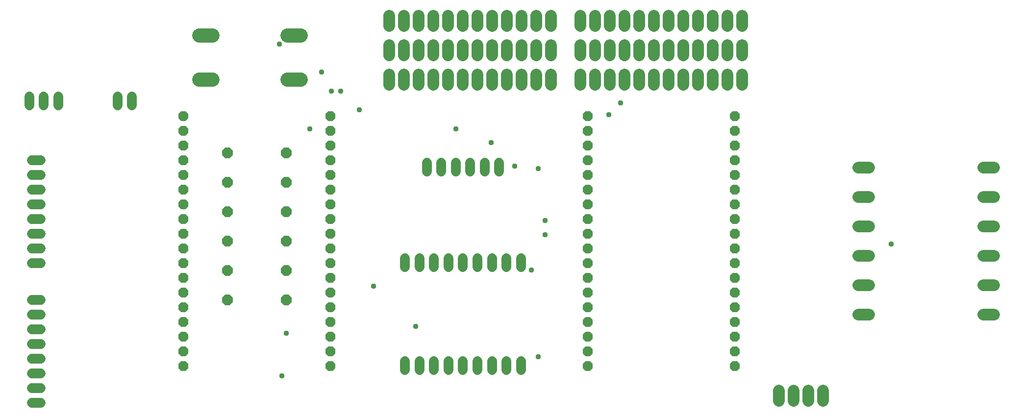
<source format=gbr>
G04 EAGLE Gerber RS-274X export*
G75*
%MOMM*%
%FSLAX34Y34*%
%LPD*%
%INSoldermask Top*%
%IPPOS*%
%AMOC8*
5,1,8,0,0,1.08239X$1,22.5*%
G01*
%ADD10C,2.451100*%
%ADD11C,1.727200*%
%ADD12P,1.852186X8X22.500000*%
%ADD13C,1.993900*%
%ADD14C,2.003200*%
%ADD15P,2.034460X8X22.500000*%
%ADD16P,2.034460X8X202.500000*%
%ADD17C,0.959600*%


D10*
X531940Y673100D02*
X509461Y673100D01*
X379540Y673100D02*
X357061Y673100D01*
X509461Y596900D02*
X531940Y596900D01*
X379540Y596900D02*
X357061Y596900D01*
D11*
X83820Y304800D02*
X68580Y304800D01*
X68580Y330200D02*
X83820Y330200D01*
X83820Y355600D02*
X68580Y355600D01*
X68580Y381000D02*
X83820Y381000D01*
X83820Y406400D02*
X68580Y406400D01*
X68580Y431800D02*
X83820Y431800D01*
X83820Y457200D02*
X68580Y457200D01*
X68580Y279400D02*
X83820Y279400D01*
X83820Y63500D02*
X68580Y63500D01*
X68580Y88900D02*
X83820Y88900D01*
X83820Y114300D02*
X68580Y114300D01*
X68580Y139700D02*
X83820Y139700D01*
X83820Y165100D02*
X68580Y165100D01*
X68580Y190500D02*
X83820Y190500D01*
X83820Y215900D02*
X68580Y215900D01*
X68580Y38100D02*
X83820Y38100D01*
X216100Y552180D02*
X216100Y567420D01*
X241100Y567420D02*
X241100Y552180D01*
X737800Y110220D02*
X737800Y94980D01*
X762800Y94980D02*
X762800Y110220D01*
X862800Y110220D02*
X862800Y94980D01*
X787800Y94980D02*
X787800Y110220D01*
X812800Y110220D02*
X812800Y94980D01*
X837800Y94980D02*
X837800Y110220D01*
X887800Y110220D02*
X887800Y94980D01*
X912800Y94980D02*
X912800Y110220D01*
X712800Y110220D02*
X712800Y94980D01*
X737800Y272780D02*
X737800Y288020D01*
X762800Y288020D02*
X762800Y272780D01*
X862800Y272780D02*
X862800Y288020D01*
X787800Y288020D02*
X787800Y272780D01*
X812800Y272780D02*
X812800Y288020D01*
X837800Y288020D02*
X837800Y272780D01*
X887800Y272780D02*
X887800Y288020D01*
X912800Y288020D02*
X912800Y272780D01*
X712800Y272780D02*
X712800Y288020D01*
X63900Y552180D02*
X63900Y567420D01*
X88900Y567420D02*
X88900Y552180D01*
X113900Y552180D02*
X113900Y567420D01*
D12*
X330200Y533400D03*
X330200Y508000D03*
X330200Y482600D03*
X330200Y457200D03*
X330200Y431800D03*
X330200Y406400D03*
X330200Y381000D03*
X330200Y355600D03*
X330200Y330200D03*
X330200Y304800D03*
X330200Y279400D03*
X330200Y254000D03*
X330200Y228600D03*
X330200Y203200D03*
X330200Y177800D03*
X330200Y152400D03*
X330200Y127000D03*
X330200Y101600D03*
X584200Y101600D03*
X584200Y127000D03*
X584200Y152400D03*
X584200Y177800D03*
X584200Y203200D03*
X584200Y228600D03*
X584200Y254000D03*
X584200Y279400D03*
X584200Y304800D03*
X584200Y330200D03*
X584200Y355600D03*
X584200Y381000D03*
X584200Y406400D03*
X584200Y431800D03*
X584200Y457200D03*
X584200Y482600D03*
X584200Y508000D03*
X584200Y533400D03*
X1028700Y533400D03*
X1028700Y508000D03*
X1028700Y482600D03*
X1028700Y457200D03*
X1028700Y431800D03*
X1028700Y406400D03*
X1028700Y381000D03*
X1028700Y355600D03*
X1028700Y330200D03*
X1028700Y304800D03*
X1028700Y279400D03*
X1028700Y254000D03*
X1028700Y228600D03*
X1028700Y203200D03*
X1028700Y177800D03*
X1028700Y152400D03*
X1028700Y127000D03*
X1028700Y101600D03*
X1282700Y101600D03*
X1282700Y127000D03*
X1282700Y152400D03*
X1282700Y177800D03*
X1282700Y203200D03*
X1282700Y228600D03*
X1282700Y254000D03*
X1282700Y279400D03*
X1282700Y304800D03*
X1282700Y330200D03*
X1282700Y355600D03*
X1282700Y381000D03*
X1282700Y406400D03*
X1282700Y431800D03*
X1282700Y457200D03*
X1282700Y482600D03*
X1282700Y508000D03*
X1282700Y533400D03*
D13*
X1711897Y190500D02*
X1729804Y190500D01*
X1729804Y241300D02*
X1711897Y241300D01*
X1711897Y292100D02*
X1729804Y292100D01*
X1729804Y342900D02*
X1711897Y342900D01*
X1711897Y393700D02*
X1729804Y393700D01*
X1729804Y444500D02*
X1711897Y444500D01*
X1513904Y444500D02*
X1495997Y444500D01*
X1495997Y393700D02*
X1513904Y393700D01*
X1513904Y342900D02*
X1495997Y342900D01*
X1495997Y292100D02*
X1513904Y292100D01*
X1513904Y241300D02*
X1495997Y241300D01*
X1495997Y190500D02*
X1513904Y190500D01*
D14*
X1295400Y587900D02*
X1295400Y605900D01*
X1270000Y605900D02*
X1270000Y587900D01*
X1244600Y587900D02*
X1244600Y605900D01*
X1219200Y605900D02*
X1219200Y587900D01*
X1193800Y587900D02*
X1193800Y605900D01*
X1168400Y605900D02*
X1168400Y587900D01*
X1143000Y587900D02*
X1143000Y605900D01*
X1117600Y605900D02*
X1117600Y587900D01*
X1092200Y587900D02*
X1092200Y605900D01*
X1066800Y605900D02*
X1066800Y587900D01*
X1041400Y587900D02*
X1041400Y605900D01*
X1016000Y605900D02*
X1016000Y587900D01*
X1295400Y638700D02*
X1295400Y656700D01*
X1270000Y656700D02*
X1270000Y638700D01*
X1244600Y638700D02*
X1244600Y656700D01*
X1219200Y656700D02*
X1219200Y638700D01*
X1193800Y638700D02*
X1193800Y656700D01*
X1168400Y656700D02*
X1168400Y638700D01*
X1143000Y638700D02*
X1143000Y656700D01*
X1117600Y656700D02*
X1117600Y638700D01*
X1092200Y638700D02*
X1092200Y656700D01*
X1066800Y656700D02*
X1066800Y638700D01*
X1041400Y638700D02*
X1041400Y656700D01*
X1016000Y656700D02*
X1016000Y638700D01*
X685800Y689500D02*
X685800Y707500D01*
X711200Y707500D02*
X711200Y689500D01*
X736600Y689500D02*
X736600Y707500D01*
X762000Y707500D02*
X762000Y689500D01*
X787400Y689500D02*
X787400Y707500D01*
X812800Y707500D02*
X812800Y689500D01*
X838200Y689500D02*
X838200Y707500D01*
X863600Y707500D02*
X863600Y689500D01*
X889000Y689500D02*
X889000Y707500D01*
X914400Y707500D02*
X914400Y689500D01*
X939800Y689500D02*
X939800Y707500D01*
X965200Y707500D02*
X965200Y689500D01*
X1435100Y59800D02*
X1435100Y41800D01*
X1409700Y41800D02*
X1409700Y59800D01*
X1384300Y59800D02*
X1384300Y41800D01*
X1358900Y41800D02*
X1358900Y59800D01*
X685800Y587900D02*
X685800Y605900D01*
X711200Y605900D02*
X711200Y587900D01*
X736600Y587900D02*
X736600Y605900D01*
X762000Y605900D02*
X762000Y587900D01*
X787400Y587900D02*
X787400Y605900D01*
X812800Y605900D02*
X812800Y587900D01*
X838200Y587900D02*
X838200Y605900D01*
X863600Y605900D02*
X863600Y587900D01*
X889000Y587900D02*
X889000Y605900D01*
X914400Y605900D02*
X914400Y587900D01*
X939800Y587900D02*
X939800Y605900D01*
X965200Y605900D02*
X965200Y587900D01*
X1295400Y689500D02*
X1295400Y707500D01*
X1270000Y707500D02*
X1270000Y689500D01*
X1244600Y689500D02*
X1244600Y707500D01*
X1219200Y707500D02*
X1219200Y689500D01*
X1193800Y689500D02*
X1193800Y707500D01*
X1168400Y707500D02*
X1168400Y689500D01*
X1143000Y689500D02*
X1143000Y707500D01*
X1117600Y707500D02*
X1117600Y689500D01*
X1092200Y689500D02*
X1092200Y707500D01*
X1066800Y707500D02*
X1066800Y689500D01*
X1041400Y689500D02*
X1041400Y707500D01*
X1016000Y707500D02*
X1016000Y689500D01*
X965200Y656700D02*
X965200Y638700D01*
X939800Y638700D02*
X939800Y656700D01*
X914400Y656700D02*
X914400Y638700D01*
X889000Y638700D02*
X889000Y656700D01*
X863600Y656700D02*
X863600Y638700D01*
X838200Y638700D02*
X838200Y656700D01*
X812800Y656700D02*
X812800Y638700D01*
X787400Y638700D02*
X787400Y656700D01*
X762000Y656700D02*
X762000Y638700D01*
X736600Y638700D02*
X736600Y656700D01*
X711200Y656700D02*
X711200Y638700D01*
X685800Y638700D02*
X685800Y656700D01*
D11*
X825300Y453120D02*
X825300Y437880D01*
X750300Y437880D02*
X750300Y453120D01*
X775300Y453120D02*
X775300Y437880D01*
X800300Y437880D02*
X800300Y453120D01*
X850300Y453120D02*
X850300Y437880D01*
X875300Y437880D02*
X875300Y453120D01*
D15*
X406400Y469900D03*
X508000Y469900D03*
D16*
X508000Y419100D03*
X406400Y419100D03*
D15*
X406400Y368300D03*
X508000Y368300D03*
X406400Y317500D03*
X508000Y317500D03*
D16*
X508000Y266700D03*
X406400Y266700D03*
D15*
X406400Y215900D03*
X508000Y215900D03*
D17*
X633984Y544576D03*
X601472Y577088D03*
X568960Y609600D03*
X508000Y158496D03*
X1552448Y312928D03*
X658368Y239776D03*
X499872Y85344D03*
X731520Y170688D03*
X1064768Y536448D03*
X1085088Y556768D03*
X942848Y442976D03*
X955040Y353568D03*
X955040Y329184D03*
X902208Y447040D03*
X861568Y487680D03*
X800608Y512064D03*
X942848Y117856D03*
X548640Y512064D03*
X585216Y577088D03*
X495808Y658368D03*
X930656Y268224D03*
M02*

</source>
